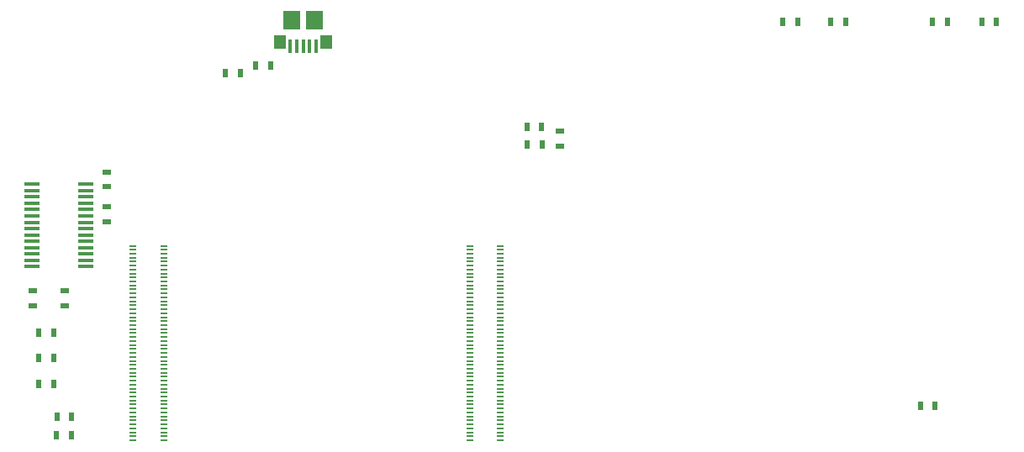
<source format=gtp>
%TF.GenerationSoftware,KiCad,Pcbnew,(5.1.9)-1*%
%TF.CreationDate,2021-12-11T15:02:24-08:00*%
%TF.ProjectId,DevelopmentBoard,44657665-6c6f-4706-9d65-6e74426f6172,rev?*%
%TF.SameCoordinates,Original*%
%TF.FileFunction,Paste,Top*%
%TF.FilePolarity,Positive*%
%FSLAX46Y46*%
G04 Gerber Fmt 4.6, Leading zero omitted, Abs format (unit mm)*
G04 Created by KiCad (PCBNEW (5.1.9)-1) date 2021-12-11 15:02:24*
%MOMM*%
%LPD*%
G01*
G04 APERTURE LIST*
%ADD10R,0.700000X0.200000*%
%ADD11R,0.600000X0.900000*%
%ADD12R,0.900000X0.600000*%
%ADD13R,1.525000X0.440000*%
%ADD14R,1.150000X1.450000*%
%ADD15R,1.750000X1.900000*%
%ADD16R,0.400000X1.400000*%
G04 APERTURE END LIST*
D10*
%TO.C,U1*%
X158962000Y-109368000D03*
X155882000Y-109368000D03*
X158962000Y-108968000D03*
X155882000Y-108968000D03*
X158962000Y-108568000D03*
X155882000Y-108568000D03*
X158962000Y-108168000D03*
X155882000Y-108168000D03*
X158962000Y-107768000D03*
X155882000Y-107768000D03*
X158962000Y-107368000D03*
X155882000Y-107368000D03*
X158962000Y-106968000D03*
X155882000Y-106968000D03*
X158962000Y-106568000D03*
X155882000Y-106568000D03*
X158962000Y-106168000D03*
X155882000Y-106168000D03*
X158962000Y-105768000D03*
X155882000Y-105768000D03*
X158962000Y-105368000D03*
X155882000Y-105368000D03*
X158962000Y-104968000D03*
X155882000Y-104968000D03*
X158962000Y-104568000D03*
X155882000Y-104568000D03*
X158962000Y-104168000D03*
X155882000Y-104168000D03*
X158962000Y-103768000D03*
X155882000Y-103768000D03*
X158962000Y-103368000D03*
X155882000Y-103368000D03*
X158962000Y-102968000D03*
X155882000Y-102968000D03*
X158962000Y-102568000D03*
X155882000Y-102568000D03*
X158962000Y-102168000D03*
X155882000Y-102168000D03*
X158962000Y-101768000D03*
X155882000Y-101768000D03*
X158962000Y-101368000D03*
X155882000Y-101368000D03*
X158962000Y-100968000D03*
X155882000Y-100968000D03*
X158962000Y-100568000D03*
X155882000Y-100568000D03*
X158962000Y-100168000D03*
X155882000Y-100168000D03*
X158962000Y-99768000D03*
X155882000Y-99768000D03*
X158962000Y-99368000D03*
X155882000Y-99368000D03*
X158962000Y-98968000D03*
X155882000Y-98968000D03*
X158962000Y-98568000D03*
X155882000Y-98568000D03*
X158962000Y-98168000D03*
X155882000Y-98168000D03*
X158962000Y-97768000D03*
X155882000Y-97768000D03*
X158962000Y-97368000D03*
X155882000Y-97368000D03*
X158962000Y-96968000D03*
X155882000Y-96968000D03*
X158962000Y-96568000D03*
X155882000Y-96568000D03*
X158962000Y-96168000D03*
X155882000Y-96168000D03*
X158962000Y-95768000D03*
X155882000Y-95768000D03*
X158962000Y-95368000D03*
X155882000Y-95368000D03*
X158962000Y-94968000D03*
X155882000Y-94968000D03*
X158962000Y-94568000D03*
X155882000Y-94568000D03*
X158962000Y-94168000D03*
X155882000Y-94168000D03*
X158962000Y-93768000D03*
X155882000Y-93768000D03*
X158962000Y-93368000D03*
X155882000Y-93368000D03*
X158962000Y-92968000D03*
X155882000Y-92968000D03*
X158962000Y-92568000D03*
X155882000Y-92568000D03*
X158962000Y-92168000D03*
X155882000Y-92168000D03*
X158962000Y-91768000D03*
X155882000Y-91768000D03*
X158962000Y-91368000D03*
X155882000Y-91368000D03*
X158962000Y-90968000D03*
X155882000Y-90968000D03*
X158962000Y-90568000D03*
X155882000Y-90568000D03*
X158962000Y-90168000D03*
X155882000Y-90168000D03*
X158962000Y-89768000D03*
X155882000Y-89768000D03*
X125042000Y-109368000D03*
X121962000Y-109368000D03*
X125042000Y-108968000D03*
X121962000Y-108968000D03*
X125042000Y-108568000D03*
X121962000Y-108568000D03*
X125042000Y-108168000D03*
X121962000Y-108168000D03*
X125042000Y-107768000D03*
X121962000Y-107768000D03*
X125042000Y-107368000D03*
X121962000Y-107368000D03*
X125042000Y-106968000D03*
X121962000Y-106968000D03*
X125042000Y-106568000D03*
X121962000Y-106568000D03*
X125042000Y-106168000D03*
X121962000Y-106168000D03*
X125042000Y-105768000D03*
X121962000Y-105768000D03*
X125042000Y-105368000D03*
X121962000Y-105368000D03*
X125042000Y-104968000D03*
X121962000Y-104968000D03*
X125042000Y-104568000D03*
X121962000Y-104568000D03*
X125042000Y-104168000D03*
X121962000Y-104168000D03*
X125042000Y-103768000D03*
X121962000Y-103768000D03*
X125042000Y-103368000D03*
X121962000Y-103368000D03*
X125042000Y-102968000D03*
X121962000Y-102968000D03*
X125042000Y-102568000D03*
X121962000Y-102568000D03*
X125042000Y-102168000D03*
X121962000Y-102168000D03*
X125042000Y-101768000D03*
X121962000Y-101768000D03*
X125042000Y-101368000D03*
X121962000Y-101368000D03*
X125042000Y-100968000D03*
X121962000Y-100968000D03*
X125042000Y-100568000D03*
X121962000Y-100568000D03*
X125042000Y-100168000D03*
X121962000Y-100168000D03*
X125042000Y-99768000D03*
X121962000Y-99768000D03*
X125042000Y-99368000D03*
X121962000Y-99368000D03*
X125042000Y-98968000D03*
X121962000Y-98968000D03*
X125042000Y-98568000D03*
X121962000Y-98568000D03*
X125042000Y-98168000D03*
X121962000Y-98168000D03*
X125042000Y-97768000D03*
X121962000Y-97768000D03*
X125042000Y-97368000D03*
X121962000Y-97368000D03*
X125042000Y-96968000D03*
X121962000Y-96968000D03*
X125042000Y-96568000D03*
X121962000Y-96568000D03*
X125042000Y-96168000D03*
X121962000Y-96168000D03*
X125042000Y-95768000D03*
X121962000Y-95768000D03*
X125042000Y-95368000D03*
X121962000Y-95368000D03*
X125042000Y-94968000D03*
X121962000Y-94968000D03*
X125042000Y-94568000D03*
X121962000Y-94568000D03*
X125042000Y-94168000D03*
X121962000Y-94168000D03*
X125042000Y-93768000D03*
X121962000Y-93768000D03*
X125042000Y-93368000D03*
X121962000Y-93368000D03*
X125042000Y-92968000D03*
X121962000Y-92968000D03*
X125042000Y-92568000D03*
X121962000Y-92568000D03*
X125042000Y-92168000D03*
X121962000Y-92168000D03*
X125042000Y-91768000D03*
X121962000Y-91768000D03*
X125042000Y-91368000D03*
X121962000Y-91368000D03*
X125042000Y-90968000D03*
X121962000Y-90968000D03*
X125042000Y-90568000D03*
X121962000Y-90568000D03*
X125042000Y-90168000D03*
X121962000Y-90168000D03*
X125042000Y-89768000D03*
X121962000Y-89768000D03*
%TD*%
D11*
%TO.C,R4*%
X132786000Y-72352000D03*
X131286000Y-72352000D03*
%TD*%
%TO.C,R2*%
X134316000Y-71590000D03*
X135816000Y-71590000D03*
%TD*%
D12*
%TO.C,R11*%
X115106000Y-95836000D03*
X115106000Y-94336000D03*
%TD*%
D13*
%TO.C,IC1*%
X117203000Y-88041000D03*
X117203000Y-84201000D03*
X111779000Y-91881000D03*
X111779000Y-89321000D03*
X111779000Y-88681000D03*
X117203000Y-84841000D03*
X111779000Y-87401000D03*
X117203000Y-87401000D03*
X117203000Y-89321000D03*
X111779000Y-86121000D03*
X111779000Y-85481000D03*
X111779000Y-84201000D03*
X117203000Y-89961000D03*
X117203000Y-88681000D03*
X117203000Y-85481000D03*
X117203000Y-86121000D03*
X111779000Y-91241000D03*
X111779000Y-90601000D03*
X111779000Y-86761000D03*
X117203000Y-83561000D03*
X117203000Y-90601000D03*
X117203000Y-91241000D03*
X117203000Y-91881000D03*
X111779000Y-89961000D03*
X117203000Y-86761000D03*
X111779000Y-88041000D03*
X111779000Y-84841000D03*
X111779000Y-83561000D03*
%TD*%
D11*
%TO.C,C3*%
X113986000Y-101056000D03*
X112486000Y-101056000D03*
%TD*%
D12*
%TO.C,R15*%
X164916000Y-79736000D03*
X164916000Y-78236000D03*
%TD*%
D11*
%TO.C,R14*%
X115766000Y-108856000D03*
X114266000Y-108856000D03*
%TD*%
%TO.C,R13*%
X115776000Y-107036000D03*
X114276000Y-107036000D03*
%TD*%
%TO.C,R12*%
X112496000Y-103716000D03*
X113996000Y-103716000D03*
%TD*%
D12*
%TO.C,R6*%
X111856000Y-95826000D03*
X111856000Y-94326000D03*
%TD*%
%TO.C,C4*%
X119346000Y-85836000D03*
X119346000Y-87336000D03*
%TD*%
D11*
%TO.C,C2*%
X113986000Y-98546000D03*
X112486000Y-98546000D03*
%TD*%
D12*
%TO.C,C1*%
X119336000Y-83836000D03*
X119336000Y-82336000D03*
%TD*%
D11*
%TO.C,R10*%
X201242000Y-105880000D03*
X202742000Y-105880000D03*
%TD*%
%TO.C,R9*%
X203962000Y-67236000D03*
X202462000Y-67236000D03*
%TD*%
%TO.C,R8*%
X208916000Y-67186000D03*
X207416000Y-67186000D03*
%TD*%
%TO.C,R7*%
X192196000Y-67216000D03*
X193696000Y-67216000D03*
%TD*%
%TO.C,R5*%
X188876000Y-67186000D03*
X187376000Y-67186000D03*
%TD*%
%TO.C,R3*%
X161656000Y-79536000D03*
X163156000Y-79536000D03*
%TD*%
%TO.C,R1*%
X161626000Y-77826000D03*
X163126000Y-77826000D03*
%TD*%
D14*
%TO.C,U4*%
X136771000Y-69266000D03*
X141411000Y-69266000D03*
D15*
X137966000Y-67036000D03*
X140216000Y-67036000D03*
D16*
X137791000Y-69686000D03*
X138441000Y-69686000D03*
X139091000Y-69686000D03*
X139741000Y-69686000D03*
X140391000Y-69686000D03*
%TD*%
M02*

</source>
